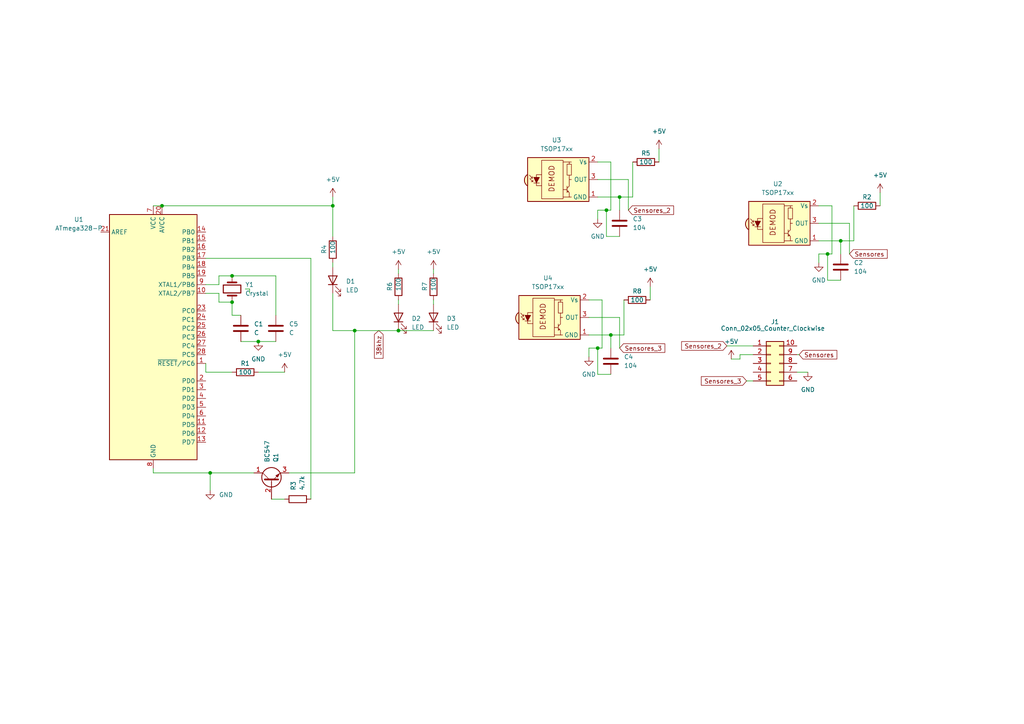
<source format=kicad_sch>
(kicad_sch (version 20230121) (generator eeschema)
  (paper "A4")
  (lib_symbols
    (symbol "Connector_Generic:Conn_02x05_Counter_Clockwise" (pin_names (offset 1.016) hide)
      (property "Reference" "J" (at 1.27 7.62 0))
      (property "Value" "Conn_02x05_Counter_Clockwise" (at 1.27 -7.62 0))
      (symbol "Conn_02x05_Counter_Clockwise_1_1"
        (rectangle (start -1.27 -4.953) (end 0 -5.207) (stroke (width 0.1524)))
        (rectangle (start -1.27 -2.413) (end 0 -2.667) (stroke (width 0.1524)))
        (rectangle (start -1.27 0.127) (end 0 -0.127) (stroke (width 0.1524)))
        (rectangle (start -1.27 2.667) (end 0 2.413) (stroke (width 0.1524)))
        (rectangle (start -1.27 5.207) (end 0 4.953) (stroke (width 0.1524)))
        (rectangle (start -1.27 6.35) (end 3.81 -6.35) (stroke (width 0.254)) (fill (type background)))
        (rectangle (start 3.81 -4.953) (end 2.54 -5.207) (stroke (width 0.1524)))
        (rectangle (start 3.81 -2.413) (end 2.54 -2.667) (stroke (width 0.1524)))
        (rectangle (start 3.81 0.127) (end 2.54 -0.127) (stroke (width 0.1524)))
        (rectangle (start 3.81 2.667) (end 2.54 2.413) (stroke (width 0.1524)))
        (rectangle (start 3.81 5.207) (end 2.54 4.953) (stroke (width 0.1524)))
        (pin passive line (at -5.08 5.08 0) (length 3.81) (name "Pin_1") (number "1"))
        (pin passive line (at 7.62 5.08 180) (length 3.81) (name "Pin_10") (number "10"))
        (pin passive line (at -5.08 2.54 0) (length 3.81) (name "Pin_2") (number "2"))
        (pin passive line (at -5.08 0 0) (length 3.81) (name "Pin_3") (number "3"))
        (pin passive line (at -5.08 -2.54 0) (length 3.81) (name "Pin_4") (number "4"))
        (pin passive line (at -5.08 -5.08 0) (length 3.81) (name "Pin_5") (number "5"))
        (pin passive line (at 7.62 -5.08 180) (length 3.81) (name "Pin_6") (number "6"))
        (pin passive line (at 7.62 -2.54 180) (length 3.81) (name "Pin_7") (number "7"))
        (pin passive line (at 7.62 0 180) (length 3.81) (name "Pin_8") (number "8"))
        (pin passive line (at 7.62 2.54 180) (length 3.81) (name "Pin_9") (number "9"))
      )
    )
    (symbol "Device:C" (pin_numbers hide) (pin_names (offset 0.254))
      (property "Reference" "C" (at 0.635 2.54 0))
      (property "Value" "C" (at 0.635 -2.54 0))
      (symbol "C_0_1"
        (polyline (pts (xy -2.032 -0.762) (xy 2.032 -0.762)) (stroke (width 0.508)))
        (polyline (pts (xy -2.032 0.762) (xy 2.032 0.762)) (stroke (width 0.508)))
      )
      (symbol "C_1_1"
        (pin passive line (at 0 3.81 270) (length 2.794) (name "~") (number "1"))
        (pin passive line (at 0 -3.81 90) (length 2.794) (name "~") (number "2"))
      )
    )
    (symbol "Device:Crystal" (pin_numbers hide) (pin_names (offset 1.016) hide)
      (property "Reference" "Y" (at 0 3.81 0))
      (property "Value" "Crystal" (at 0 -3.81 0))
      (symbol "Crystal_0_1"
        (rectangle (start -1.143 2.54) (end 1.143 -2.54) (stroke (width 0.3048)))
        (polyline (pts (xy -2.54 0) (xy -1.905 0)))
        (polyline (pts (xy -1.905 -1.27) (xy -1.905 1.27)) (stroke (width 0.508)))
        (polyline (pts (xy 1.905 -1.27) (xy 1.905 1.27)) (stroke (width 0.508)))
        (polyline (pts (xy 2.54 0) (xy 1.905 0)))
      )
      (symbol "Crystal_1_1"
        (pin passive line (at -3.81 0 0) (length 1.27) (name "1") (number "1"))
        (pin passive line (at 3.81 0 180) (length 1.27) (name "2") (number "2"))
      )
    )
    (symbol "Device:LED" (pin_numbers hide) (pin_names (offset 1.016) hide)
      (property "Reference" "D" (at 0 2.54 0))
      (property "Value" "LED" (at 0 -2.54 0))
      (symbol "LED_0_1"
        (polyline (pts (xy -1.27 -1.27) (xy -1.27 1.27)) (stroke (width 0.254)))
        (polyline (pts (xy -1.27 0) (xy 1.27 0)))
        (polyline (pts (xy 1.27 -1.27) (xy 1.27 1.27) (xy -1.27 0) (xy 1.27 -1.27)) (stroke (width 0.254)))
        (polyline (pts (xy -3.048 -0.762) (xy -4.572 -2.286) (xy -3.81 -2.286) (xy -4.572 -2.286) (xy -4.572 -1.524)))
        (polyline (pts (xy -1.778 -0.762) (xy -3.302 -2.286) (xy -2.54 -2.286) (xy -3.302 -2.286) (xy -3.302 -1.524)))
      )
      (symbol "LED_1_1"
        (pin passive line (at -3.81 0 0) (length 2.54) (name "K") (number "1"))
        (pin passive line (at 3.81 0 180) (length 2.54) (name "A") (number "2"))
      )
    )
    (symbol "Device:R" (pin_numbers hide) (pin_names (offset 0))
      (property "Reference" "R" (at 2.032 0 90))
      (property "Value" "R" (at 0 0 90))
      (symbol "R_0_1"
        (rectangle (start -1.016 -2.54) (end 1.016 2.54) (stroke (width 0.254)))
      )
      (symbol "R_1_1"
        (pin passive line (at 0 3.81 270) (length 1.27) (name "~") (number "1"))
        (pin passive line (at 0 -3.81 90) (length 1.27) (name "~") (number "2"))
      )
    )
    (symbol "Interface_Optical:TSOP17xx"
      (property "Reference" "U" (at -10.16 7.62 0))
      (property "Value" "TSOP17xx" (at -10.16 -7.62 0))
      (symbol "TSOP17xx_0_0"
        (arc (start -10.287 1.397) (mid -11.0899 -0.1852) (end -10.287 -1.778) (stroke (width 0.254)) (fill (type background)))
        (polyline (pts (xy 1.905 -5.08) (xy 0.127 -5.08)))
        (polyline (pts (xy 1.905 5.08) (xy 0.127 5.08)))
        (text "DEMOD" (at -3.175 0.254 900) (effects (font (size 1.524 1.524))))
      )
      (symbol "TSOP17xx_0_1"
        (rectangle (start -6.096 5.588) (end 0.127 -5.588))
        (polyline (pts (xy -8.763 0.381) (xy -9.652 1.27)))
        (polyline (pts (xy -8.763 0.381) (xy -9.271 0.381)))
        (polyline (pts (xy -8.763 0.381) (xy -8.763 0.889)))
        (polyline (pts (xy -8.636 -0.635) (xy -9.525 0.254)))
        (polyline (pts (xy -8.636 -0.635) (xy -9.144 -0.635)))
        (polyline (pts (xy -8.636 -0.635) (xy -8.636 -0.127)))
        (polyline (pts (xy -8.382 -1.016) (xy -6.731 -1.016)))
        (polyline (pts (xy 1.27 -2.921) (xy 0.127 -2.921)))
        (polyline (pts (xy 1.27 -1.905) (xy 1.27 -3.81)))
        (polyline (pts (xy 1.397 -3.556) (xy 1.524 -3.556)))
        (polyline (pts (xy 1.651 -3.556) (xy 1.524 -3.556)))
        (polyline (pts (xy 1.651 -3.556) (xy 1.651 -3.302)))
        (polyline (pts (xy 1.905 0) (xy 1.905 1.27)))
        (polyline (pts (xy 1.905 4.445) (xy 1.905 5.08) (xy 2.54 5.08)))
        (polyline (pts (xy -8.382 0.635) (xy -6.731 0.635) (xy -7.62 -1.016) (xy -8.382 0.635)) (fill (type outline)))
        (polyline (pts (xy -6.096 1.397) (xy -7.62 1.397) (xy -7.62 -1.778) (xy -6.096 -1.778)))
        (polyline (pts (xy 1.27 -3.175) (xy 1.905 -3.81) (xy 1.905 -5.08) (xy 2.54 -5.08)))
        (polyline (pts (xy 1.27 -2.54) (xy 1.905 -1.905) (xy 1.905 0) (xy 2.54 0)))
        (rectangle (start 2.54 1.27) (end 1.27 4.445))
        (rectangle (start 7.62 6.35) (end -10.16 -6.35) (stroke (width 0.254)) (fill (type background)))
      )
      (symbol "TSOP17xx_1_1"
        (pin power_in line (at 10.16 -5.08 180) (length 2.54) (name "GND") (number "1"))
        (pin power_in line (at 10.16 5.08 180) (length 2.54) (name "Vs") (number "2"))
        (pin output line (at 10.16 0 180) (length 2.54) (name "OUT") (number "3"))
      )
    )
    (symbol "MCU_Microchip_ATmega:ATmega328-P"
      (property "Reference" "U" (at -12.7 36.83 0))
      (property "Value" "ATmega328-P" (at 2.54 -36.83 0))
      (symbol "ATmega328-P_0_1"
        (rectangle (start -12.7 -35.56) (end 12.7 35.56) (stroke (width 0.254)) (fill (type background)))
      )
      (symbol "ATmega328-P_1_1"
        (pin bidirectional line (at 15.24 -7.62 180) (length 2.54) (name "~{RESET}/PC6") (number "1"))
        (pin bidirectional line (at 15.24 12.7 180) (length 2.54) (name "XTAL2/PB7") (number "10"))
        (pin bidirectional line (at 15.24 -25.4 180) (length 2.54) (name "PD5") (number "11"))
        (pin bidirectional line (at 15.24 -27.94 180) (length 2.54) (name "PD6") (number "12"))
        (pin bidirectional line (at 15.24 -30.48 180) (length 2.54) (name "PD7") (number "13"))
        (pin bidirectional line (at 15.24 30.48 180) (length 2.54) (name "PB0") (number "14"))
        (pin bidirectional line (at 15.24 27.94 180) (length 2.54) (name "PB1") (number "15"))
        (pin bidirectional line (at 15.24 25.4 180) (length 2.54) (name "PB2") (number "16"))
        (pin bidirectional line (at 15.24 22.86 180) (length 2.54) (name "PB3") (number "17"))
        (pin bidirectional line (at 15.24 20.32 180) (length 2.54) (name "PB4") (number "18"))
        (pin bidirectional line (at 15.24 17.78 180) (length 2.54) (name "PB5") (number "19"))
        (pin bidirectional line (at 15.24 -12.7 180) (length 2.54) (name "PD0") (number "2"))
        (pin power_in line (at 2.54 38.1 270) (length 2.54) (name "AVCC") (number "20"))
        (pin passive line (at -15.24 30.48 0) (length 2.54) (name "AREF") (number "21"))
        (pin passive line (at 0 -38.1 90) (length 2.54) hide (name "GND") (number "22"))
        (pin bidirectional line (at 15.24 7.62 180) (length 2.54) (name "PC0") (number "23"))
        (pin bidirectional line (at 15.24 5.08 180) (length 2.54) (name "PC1") (number "24"))
        (pin bidirectional line (at 15.24 2.54 180) (length 2.54) (name "PC2") (number "25"))
        (pin bidirectional line (at 15.24 0 180) (length 2.54) (name "PC3") (number "26"))
        (pin bidirectional line (at 15.24 -2.54 180) (length 2.54) (name "PC4") (number "27"))
        (pin bidirectional line (at 15.24 -5.08 180) (length 2.54) (name "PC5") (number "28"))
        (pin bidirectional line (at 15.24 -15.24 180) (length 2.54) (name "PD1") (number "3"))
        (pin bidirectional line (at 15.24 -17.78 180) (length 2.54) (name "PD2") (number "4"))
        (pin bidirectional line (at 15.24 -20.32 180) (length 2.54) (name "PD3") (number "5"))
        (pin bidirectional line (at 15.24 -22.86 180) (length 2.54) (name "PD4") (number "6"))
        (pin power_in line (at 0 38.1 270) (length 2.54) (name "VCC") (number "7"))
        (pin power_in line (at 0 -38.1 90) (length 2.54) (name "GND") (number "8"))
        (pin bidirectional line (at 15.24 15.24 180) (length 2.54) (name "XTAL1/PB6") (number "9"))
      )
    )
    (symbol "Transistor_BJT:BC547" (pin_names (offset 0) hide)
      (property "Reference" "Q" (at 5.08 1.905 0))
      (property "Value" "BC547" (at 5.08 0 0))
      (symbol "BC547_0_1"
        (polyline (pts (xy 0 0) (xy 0.635 0)))
        (polyline (pts (xy 0.635 0.635) (xy 2.54 2.54)))
        (polyline (pts (xy 0.635 -0.635) (xy 2.54 -2.54) (xy 2.54 -2.54)))
        (polyline (pts (xy 0.635 1.905) (xy 0.635 -1.905) (xy 0.635 -1.905)) (stroke (width 0.508)))
        (polyline (pts (xy 1.27 -1.778) (xy 1.778 -1.27) (xy 2.286 -2.286) (xy 1.27 -1.778) (xy 1.27 -1.778)) (fill (type outline)))
        (circle (center 1.27 0) (radius 2.8194) (stroke (width 0.254)))
      )
      (symbol "BC547_1_1"
        (pin passive line (at 2.54 5.08 270) (length 2.54) (name "C") (number "1"))
        (pin input line (at -5.08 0 0) (length 5.08) (name "B") (number "2"))
        (pin passive line (at 2.54 -5.08 90) (length 2.54) (name "E") (number "3"))
      )
    )
    (symbol "power:+5V" (power) (pin_names (offset 0))
      (property "Value" "+5V" (at 0 3.556 0))
      (symbol "+5V_0_1"
        (polyline (pts (xy -0.762 1.27) (xy 0 2.54)))
        (polyline (pts (xy 0 0) (xy 0 2.54)))
        (polyline (pts (xy 0 2.54) (xy 0.762 1.27)))
      )
      (symbol "+5V_1_1"
        (pin power_in line (at 0 0 90) (length 0) hide (name "+5V") (number "1"))
      )
    )
    (symbol "power:GND" (power) (pin_names (offset 0))
      (property "Value" "GND" (at 0 -3.81 0))
      (symbol "GND_0_1"
        (polyline (pts (xy 0 0) (xy 0 -1.27) (xy 1.27 -1.27) (xy 0 -2.54) (xy -1.27 -1.27) (xy 0 -1.27)))
      )
      (symbol "GND_1_1"
        (pin power_in line (at 0 0 270) (length 0) hide (name "GND") (number "1"))
      )
    )
  )
  (junction (at 240.03 73.66))
  (junction (at 67.31 87.63))
  (junction (at 102.87 95.885))
  (junction (at 177.165 97.155))
  (junction (at 115.57 95.885))
  (junction (at 60.96 137.16))
  (junction (at 243.84 69.85))
  (junction (at 175.895 60.96))
  (junction (at 67.31 80.01))
  (junction (at 173.355 100.965))
  (junction (at 179.705 57.15))
  (junction (at 46.99 59.69))
  (junction (at 96.52 59.69))
  (junction (at 74.93 99.06))
  (wire (pts (xy 175.895 68.58) (xy 175.895 60.96)))
  (wire (pts (xy 69.85 91.44) (xy 67.31 91.44)))
  (wire (pts (xy 179.705 57.15) (xy 173.355 57.15)))
  (wire (pts (xy 179.705 92.075) (xy 179.705 100.965)))
  (wire (pts (xy 247.65 69.85) (xy 243.84 69.85)))
  (wire (pts (xy 60.96 137.16) (xy 60.96 142.24)))
  (wire (pts (xy 59.69 107.95) (xy 59.69 105.41)))
  (wire (pts (xy 63.5 82.55) (xy 59.69 82.55)))
  (wire (pts (xy 82.55 144.78) (xy 78.74 144.78)))
  (wire (pts (xy 63.5 80.01) (xy 63.5 82.55)))
  (wire (pts (xy 175.895 60.96) (xy 173.355 60.96)))
  (wire (pts (xy 115.57 95.885) (xy 125.73 95.885)))
  (wire (pts (xy 96.52 95.885) (xy 96.52 85.09)))
  (wire (pts (xy 241.3 59.69) (xy 241.3 73.66)))
  (wire (pts (xy 96.52 57.15) (xy 96.52 59.69)))
  (wire (pts (xy 216.535 110.49) (xy 218.44 110.49)))
  (wire (pts (xy 243.84 81.28) (xy 240.03 81.28)))
  (wire (pts (xy 102.87 95.885) (xy 115.57 95.885)))
  (wire (pts (xy 177.165 60.96) (xy 175.895 60.96)))
  (wire (pts (xy 96.52 59.69) (xy 96.52 68.58)))
  (wire (pts (xy 125.73 88.265) (xy 125.73 86.995)))
  (wire (pts (xy 102.87 95.885) (xy 96.52 95.885)))
  (wire (pts (xy 80.01 91.44) (xy 80.01 80.01)))
  (wire (pts (xy 180.975 86.995) (xy 180.975 97.155)))
  (wire (pts (xy 71.12 83.82) (xy 72.39 83.82)))
  (wire (pts (xy 96.52 77.47) (xy 96.52 76.2)))
  (wire (pts (xy 60.96 137.16) (xy 73.66 137.16)))
  (wire (pts (xy 175.895 68.58) (xy 179.705 68.58)))
  (wire (pts (xy 177.165 97.155) (xy 177.165 100.965)))
  (wire (pts (xy 170.815 86.995) (xy 174.625 86.995)))
  (wire (pts (xy 243.84 69.85) (xy 243.84 73.66)))
  (wire (pts (xy 183.515 46.99) (xy 183.515 57.15)))
  (wire (pts (xy 191.135 43.18) (xy 191.135 46.99)))
  (wire (pts (xy 210.82 100.33) (xy 218.44 100.33)))
  (wire (pts (xy 243.84 69.85) (xy 237.49 69.85)))
  (wire (pts (xy 177.165 46.99) (xy 177.165 60.96)))
  (wire (pts (xy 237.49 64.77) (xy 246.38 64.77)))
  (wire (pts (xy 115.57 88.265) (xy 115.57 86.995)))
  (wire (pts (xy 90.17 144.78) (xy 90.17 74.93)))
  (wire (pts (xy 67.31 91.44) (xy 67.31 87.63)))
  (wire (pts (xy 44.45 137.16) (xy 44.45 135.89)))
  (wire (pts (xy 231.775 102.87) (xy 231.14 102.87)))
  (wire (pts (xy 255.27 55.88) (xy 255.27 59.69)))
  (wire (pts (xy 173.355 63.5) (xy 173.355 60.96)))
  (wire (pts (xy 177.165 97.155) (xy 170.815 97.155)))
  (wire (pts (xy 237.49 59.69) (xy 241.3 59.69)))
  (wire (pts (xy 173.355 52.07) (xy 182.245 52.07)))
  (wire (pts (xy 115.57 79.375) (xy 115.57 78.105)))
  (wire (pts (xy 173.355 46.99) (xy 177.165 46.99)))
  (wire (pts (xy 173.355 108.585) (xy 177.165 108.585)))
  (wire (pts (xy 188.595 83.185) (xy 188.595 86.995)))
  (wire (pts (xy 67.31 80.01) (xy 63.5 80.01)))
  (wire (pts (xy 174.625 86.995) (xy 174.625 100.965)))
  (wire (pts (xy 60.96 137.16) (xy 44.45 137.16)))
  (wire (pts (xy 82.55 107.95) (xy 74.93 107.95)))
  (wire (pts (xy 174.625 100.965) (xy 173.355 100.965)))
  (wire (pts (xy 63.5 85.09) (xy 59.69 85.09)))
  (wire (pts (xy 59.69 107.95) (xy 67.31 107.95)))
  (wire (pts (xy 102.87 137.16) (xy 102.87 95.885)))
  (wire (pts (xy 240.03 73.66) (xy 237.49 73.66)))
  (wire (pts (xy 63.5 87.63) (xy 63.5 85.09)))
  (wire (pts (xy 180.975 97.155) (xy 177.165 97.155)))
  (wire (pts (xy 44.45 59.69) (xy 46.99 59.69)))
  (wire (pts (xy 179.705 57.15) (xy 179.705 60.96)))
  (wire (pts (xy 234.315 107.95) (xy 231.14 107.95)))
  (wire (pts (xy 69.85 99.06) (xy 74.93 99.06)))
  (wire (pts (xy 170.815 92.075) (xy 179.705 92.075)))
  (wire (pts (xy 241.3 73.66) (xy 240.03 73.66)))
  (wire (pts (xy 80.01 80.01) (xy 67.31 80.01)))
  (wire (pts (xy 240.03 81.28) (xy 240.03 73.66)))
  (wire (pts (xy 173.355 100.965) (xy 170.815 100.965)))
  (wire (pts (xy 46.99 59.69) (xy 96.52 59.69)))
  (wire (pts (xy 90.17 74.93) (xy 59.69 74.93)))
  (wire (pts (xy 72.39 83.82) (xy 72.39 85.09)))
  (wire (pts (xy 182.245 52.07) (xy 182.245 60.96)))
  (wire (pts (xy 173.355 108.585) (xy 173.355 100.965)))
  (wire (pts (xy 170.815 103.505) (xy 170.815 100.965)))
  (wire (pts (xy 247.65 59.69) (xy 247.65 69.85)))
  (wire (pts (xy 214.63 102.87) (xy 218.44 102.87)))
  (wire (pts (xy 67.31 87.63) (xy 63.5 87.63)))
  (wire (pts (xy 237.49 76.2) (xy 237.49 73.66)))
  (wire (pts (xy 246.38 64.77) (xy 246.38 73.66)))
  (wire (pts (xy 83.82 137.16) (xy 102.87 137.16)))
  (wire (pts (xy 183.515 57.15) (xy 179.705 57.15)))
  (wire (pts (xy 214.63 104.14) (xy 214.63 102.87)))
  (wire (pts (xy 74.93 99.06) (xy 80.01 99.06)))
  (wire (pts (xy 125.73 79.375) (xy 125.73 78.105)))
  (wire (pts (xy 212.09 104.14) (xy 214.63 104.14)))
  (global_label "Sensores_3" (shape input) (at 216.535 110.49 180) (property "Intersheetrefs" "${INTERSHEET_REFS}" (effects hide)))
  (global_label "Sensores" (shape input) (at 246.38 73.66 0) (property "Intersheetrefs" "${INTERSHEET_REFS}" (effects hide)))
  (global_label "Sensores" (shape input) (at 231.775 102.87 0) (property "Intersheetrefs" "${INTERSHEET_REFS}" (effects hide)))
  (global_label "38khz" (shape input) (at 109.855 95.885 270) (property "Intersheetrefs" "${INTERSHEET_REFS}" (effects hide)))
  (global_label "Sensores_2" (shape input) (at 182.245 60.96 0) (property "Intersheetrefs" "${INTERSHEET_REFS}" (effects hide)))
  (global_label "Sensores_3" (shape input) (at 179.705 100.965 0) (property "Intersheetrefs" "${INTERSHEET_REFS}" (effects hide)))
  (global_label "Sensores_2" (shape input) (at 210.82 100.33 180) (property "Intersheetrefs" "${INTERSHEET_REFS}" (effects hide)))
  (symbol (lib_id "Device:R") (at 115.57 83.185 0) (unit 1)
    (property "Reference" "R6" (at 113.03 84.455 90) (effects (justify left)))
    (property "Value" "100" (at 115.57 84.455 90) (effects (justify left)))
    (property "Footprint" "Resistor_THT:R_Axial_DIN0207_L6.3mm_D2.5mm_P10.16mm_Horizontal" (effects hide))
  )
  (symbol (lib_id "Transistor_BJT:BC547") (at 78.74 139.7 90) (unit 1)
    (property "Reference" "Q1" (at 80.01 134.112 0) (effects (justify left)))
    (property "Value" "BC547" (at 77.47 134.112 0) (effects (justify left)))
    (property "Footprint" "Package_TO_SOT_THT:TO-92_Wide" (effects hide))
    (property "Datasheet" "https://www.onsemi.com/pub/Collateral/BC550-D.pdf" (effects hide))
  )
  (symbol (lib_id "Device:C") (at 80.01 95.25 0) (unit 1)
    (property "Reference" "C5" (at 83.82 93.98 0) (effects (justify left)))
    (property "Value" "C" (at 83.82 96.52 0) (effects (justify left)))
    (property "Footprint" "Capacitor_SMD:C_1206_3216Metric_Pad1.33x1.80mm_HandSolder" (effects hide))
  )
  (symbol (lib_id "Device:R") (at 184.785 86.995 90) (unit 1)
    (property "Reference" "R8" (at 184.785 84.455 90))
    (property "Value" "100" (at 184.785 86.995 90))
    (property "Footprint" "Resistor_SMD:R_1206_3216Metric_Pad1.30x1.75mm_HandSolder" (effects hide))
  )
  (symbol (lib_id "Interface_Optical:TSOP17xx") (at 160.655 92.075 0) (unit 1)
    (property "Reference" "U4" (at 158.92 80.645 0))
    (property "Value" "TSOP17xx" (at 158.92 83.185 0))
    (property "Footprint" "Package_TO_SOT_THT:TO-92S_Wide" (effects hide))
    (property "Datasheet" "http://www.micropik.com/PDF/tsop17xx.pdf" (effects hide))
  )
  (symbol (lib_id "Device:C") (at 177.165 104.775 0) (unit 1)
    (property "Reference" "C4" (at 180.975 103.505 0) (effects (justify left)))
    (property "Value" "104" (at 180.975 106.045 0) (effects (justify left)))
    (property "Footprint" "Capacitor_THT:C_Disc_D4.3mm_W1.9mm_P5.00mm" (effects hide))
  )
  (symbol (lib_id "power:GND") (at 234.315 107.95 0) (unit 1)
    (property "Reference" "#PWR07" (effects hide))
    (property "Value" "GND" (at 234.315 113.03 0))
  )
  (symbol (lib_id "Device:C") (at 243.84 77.47 0) (unit 1)
    (property "Reference" "C2" (at 247.65 76.2 0) (effects (justify left)))
    (property "Value" "104" (at 247.65 78.74 0) (effects (justify left)))
    (property "Footprint" "Capacitor_THT:C_Disc_D4.3mm_W1.9mm_P5.00mm" (effects hide))
  )
  (symbol (lib_id "Device:R") (at 251.46 59.69 90) (unit 1)
    (property "Reference" "R2" (at 251.46 57.15 90))
    (property "Value" "100" (at 251.46 59.69 90))
    (property "Footprint" "Resistor_SMD:R_1206_3216Metric_Pad1.30x1.75mm_HandSolder" (effects hide))
  )
  (symbol (lib_id "Device:R") (at 71.12 107.95 90) (unit 1)
    (property "Reference" "R1" (at 71.12 105.41 90))
    (property "Value" "100" (at 71.12 107.95 90))
    (property "Footprint" "Resistor_SMD:R_1206_3216Metric_Pad1.30x1.75mm_HandSolder" (effects hide))
  )
  (symbol (lib_id "power:+5V") (at 212.09 104.14 0) (unit 1)
    (property "Reference" "#PWR08" (effects hide))
    (property "Value" "+5V" (at 212.09 99.06 0))
  )
  (symbol (lib_id "power:GND") (at 60.96 142.24 0) (unit 1)
    (property "Reference" "#PWR09" (effects hide))
    (property "Value" "GND" (at 63.5 143.51 0) (effects (justify left)))
  )
  (symbol (lib_id "Interface_Optical:TSOP17xx") (at 227.33 64.77 0) (unit 1)
    (property "Reference" "U2" (at 225.595 53.34 0))
    (property "Value" "TSOP17xx" (at 225.595 55.88 0))
    (property "Footprint" "Package_TO_SOT_THT:TO-92S_Wide" (effects hide))
    (property "Datasheet" "http://www.micropik.com/PDF/tsop17xx.pdf" (effects hide))
  )
  (symbol (lib_id "Device:C") (at 179.705 64.77 0) (unit 1)
    (property "Reference" "C3" (at 183.515 63.5 0) (effects (justify left)))
    (property "Value" "104" (at 183.515 66.04 0) (effects (justify left)))
    (property "Footprint" "Capacitor_THT:C_Disc_D4.3mm_W1.9mm_P5.00mm" (effects hide))
  )
  (symbol (lib_id "Device:LED") (at 125.73 92.075 90) (unit 1)
    (property "Reference" "D3" (at 129.54 92.3925 90) (effects (justify right)))
    (property "Value" "LED" (at 129.54 94.9325 90) (effects (justify right)))
    (property "Footprint" "LED_THT:LED_D5.0mm_Horizontal_O1.27mm_Z3.0mm" (effects hide))
  )
  (symbol (lib_id "Device:Crystal") (at 67.31 83.82 90) (unit 1)
    (property "Reference" "Y1" (at 71.12 82.55 90) (effects (justify right)))
    (property "Value" "Crystal" (at 71.12 85.09 90) (effects (justify right)))
    (property "Footprint" "Crystal:Crystal_HC18-U_Vertical" (effects hide))
  )
  (symbol (lib_id "power:+5V") (at 125.73 78.105 0) (unit 1)
    (property "Reference" "#PWR013" (effects hide))
    (property "Value" "+5V" (at 125.73 73.025 0))
  )
  (symbol (lib_id "Device:C") (at 69.85 95.25 0) (unit 1)
    (property "Reference" "C1" (at 73.66 93.98 0) (effects (justify left)))
    (property "Value" "C" (at 73.66 96.52 0) (effects (justify left)))
    (property "Footprint" "Capacitor_SMD:C_1206_3216Metric_Pad1.33x1.80mm_HandSolder" (effects hide))
  )
  (symbol (lib_id "power:+5V") (at 82.55 107.95 0) (unit 1)
    (property "Reference" "#PWR02" (effects hide))
    (property "Value" "+5V" (at 82.55 102.87 0))
  )
  (symbol (lib_id "power:+5V") (at 188.595 83.185 0) (unit 1)
    (property "Reference" "#PWR015" (effects hide))
    (property "Value" "+5V" (at 188.595 78.105 0))
  )
  (symbol (lib_id "Device:R") (at 187.325 46.99 90) (unit 1)
    (property "Reference" "R5" (at 187.325 44.45 90))
    (property "Value" "100" (at 187.325 46.99 90))
    (property "Footprint" "Resistor_SMD:R_1206_3216Metric_Pad1.30x1.75mm_HandSolder" (effects hide))
  )
  (symbol (lib_id "power:GND") (at 170.815 103.505 0) (unit 1)
    (property "Reference" "#PWR014" (effects hide))
    (property "Value" "GND" (at 170.815 108.585 0))
  )
  (symbol (lib_id "Device:LED") (at 96.52 81.28 90) (unit 1)
    (property "Reference" "D1" (at 100.33 81.5975 90) (effects (justify right)))
    (property "Value" "LED" (at 100.33 84.1375 90) (effects (justify right)))
    (property "Footprint" "LED_THT:LED_D5.0mm_Horizontal_O1.27mm_Z3.0mm" (effects hide))
  )
  (symbol (lib_id "Device:R") (at 96.52 72.39 0) (unit 1)
    (property "Reference" "R4" (at 93.98 73.66 90) (effects (justify left)))
    (property "Value" "100" (at 96.52 73.66 90) (effects (justify left)))
    (property "Footprint" "Resistor_SMD:R_1206_3216Metric_Pad1.30x1.75mm_HandSolder" (effects hide))
  )
  (symbol (lib_id "Device:R") (at 86.36 144.78 270) (unit 1)
    (property "Reference" "R3" (at 85.09 142.24 0) (effects (justify right)))
    (property "Value" "4.7k" (at 87.63 142.24 0) (effects (justify right)))
    (property "Footprint" "Resistor_SMD:R_1206_3216Metric_Pad1.30x1.75mm_HandSolder" (effects hide))
  )
  (symbol (lib_id "Connector_Generic:Conn_02x05_Counter_Clockwise") (at 223.52 105.41 0) (unit 1)
    (property "Reference" "J1" (at 224.79 93.345 0))
    (property "Value" "Conn_02x05_Counter_Clockwise" (at 224.155 95.25 0))
    (property "Footprint" "Connector_IDC:IDC-Header_2x05_P2.54mm_Horizontal" (effects hide))
  )
  (symbol (lib_id "power:+5V") (at 255.27 55.88 0) (unit 1)
    (property "Reference" "#PWR05" (effects hide))
    (property "Value" "+5V" (at 255.27 50.8 0))
  )
  (symbol (lib_id "power:GND") (at 74.93 99.06 0) (unit 1)
    (property "Reference" "#PWR01" (effects hide))
    (property "Value" "GND" (at 74.93 104.14 0))
  )
  (symbol (lib_id "MCU_Microchip_ATmega:ATmega328-P") (at 44.45 97.79 0) (unit 1)
    (property "Reference" "U1" (at 22.86 63.6621 0))
    (property "Value" "ATmega328-P" (at 22.86 66.2021 0))
    (property "Footprint" "Package_DIP:DIP-28_W7.62mm" (effects hide))
    (property "Datasheet" "http://ww1.microchip.com/downloads/en/DeviceDoc/ATmega328_P%20AVR%20MCU%20with%20picoPower%20Technology%20Data%20Sheet%2040001984A.pdf" (effects hide))
  )
  (symbol (lib_id "power:+5V") (at 115.57 78.105 0) (unit 1)
    (property "Reference" "#PWR012" (effects hide))
    (property "Value" "+5V" (at 115.57 73.025 0))
  )
  (symbol (lib_id "power:+5V") (at 191.135 43.18 0) (unit 1)
    (property "Reference" "#PWR011" (effects hide))
    (property "Value" "+5V" (at 191.135 38.1 0))
  )
  (symbol (lib_id "Device:R") (at 125.73 83.185 0) (unit 1)
    (property "Reference" "R7" (at 123.19 84.455 90) (effects (justify left)))
    (property "Value" "100" (at 125.73 84.455 90) (effects (justify left)))
    (property "Footprint" "Resistor_THT:R_Axial_DIN0207_L6.3mm_D2.5mm_P10.16mm_Horizontal" (effects hide))
  )
  (symbol (lib_id "Device:LED") (at 115.57 92.075 90) (unit 1)
    (property "Reference" "D2" (at 119.38 92.3925 90) (effects (justify right)))
    (property "Value" "LED" (at 119.38 94.9325 90) (effects (justify right)))
    (property "Footprint" "LED_THT:LED_D5.0mm_Horizontal_O1.27mm_Z3.0mm" (effects hide))
  )
  (symbol (lib_id "power:GND") (at 173.355 63.5 0) (unit 1)
    (property "Reference" "#PWR010" (effects hide))
    (property "Value" "GND" (at 173.355 68.58 0))
  )
  (symbol (lib_id "power:GND") (at 237.49 76.2 0) (unit 1)
    (property "Reference" "#PWR04" (effects hide))
    (property "Value" "GND" (at 237.49 81.28 0))
  )
  (symbol (lib_id "power:+5V") (at 96.52 57.15 0) (unit 1)
    (property "Reference" "#PWR06" (effects hide))
    (property "Value" "+5V" (at 96.52 52.07 0))
  )
  (symbol (lib_id "Interface_Optical:TSOP17xx") (at 163.195 52.07 0) (unit 1)
    (property "Reference" "U3" (at 161.46 40.64 0))
    (property "Value" "TSOP17xx" (at 161.46 43.18 0))
    (property "Footprint" "Package_TO_SOT_THT:TO-92S_Wide" (effects hide))
    (property "Datasheet" "http://www.micropik.com/PDF/tsop17xx.pdf" (effects hide))
  )
)
</source>
